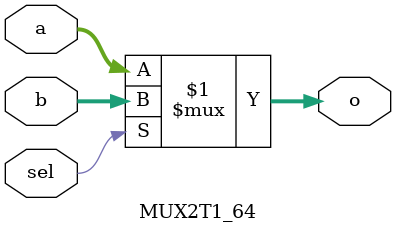
<source format=v>
`timescale 1ns / 1ps
module MUX2T1_64(input [63:0] a,
					 input [63:0] b,
					 input sel,
					 output [63:0] o
);
    assign o =sel?b:a;
endmodule

</source>
